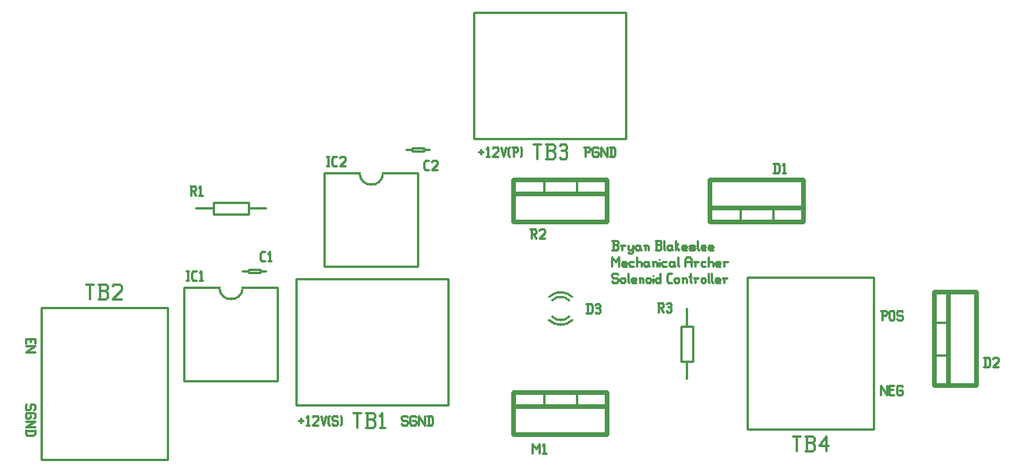
<source format=gto>
G04 start of page 8 for group -4079 idx -4079 *
G04 Title: (unknown), topsilk *
G04 Creator: pcb 20110918 *
G04 CreationDate: Sat 16 Nov 2013 09:53:12 PM GMT UTC *
G04 For: tyrian *
G04 Format: Gerber/RS-274X *
G04 PCB-Dimensions: 800000 800000 *
G04 PCB-Coordinate-Origin: lower left *
%MOIN*%
%FSLAX25Y25*%
%LNTOPSILK*%
%ADD108C,0.0200*%
%ADD107C,0.0100*%
G54D107*X374000Y622060D02*X375960D01*
X374980Y623040D02*Y621080D01*
X377136Y623236D02*X377920Y624020D01*
Y620100D01*
X377136D02*X378606D01*
X379782Y623530D02*X380272Y624020D01*
X381742D01*
X382232Y623530D01*
Y622550D01*
X379782Y620100D02*X382232Y622550D01*
X379782Y620100D02*X382232D01*
X383408Y624020D02*X384388Y620100D01*
X385368Y624020D01*
X386544Y620590D02*X387034Y620100D01*
X386544Y623530D02*X387034Y624020D01*
X386544Y623530D02*Y620590D01*
X388700Y624020D02*Y620100D01*
X388210Y624020D02*X390170D01*
X390660Y623530D01*
Y622550D01*
X390170Y622060D02*X390660Y622550D01*
X388700Y622060D02*X390170D01*
X391836Y624020D02*X392326Y623530D01*
Y620590D01*
X391836Y620100D02*X392326Y620590D01*
X297000Y507060D02*X298960D01*
X297980Y508040D02*Y506080D01*
X300136Y508236D02*X300920Y509020D01*
Y505100D01*
X300136D02*X301606D01*
X302782Y508530D02*X303272Y509020D01*
X304742D01*
X305232Y508530D01*
Y507550D01*
X302782Y505100D02*X305232Y507550D01*
X302782Y505100D02*X305232D01*
X306408Y509020D02*X307388Y505100D01*
X308368Y509020D01*
X309544Y505590D02*X310034Y505100D01*
X309544Y508530D02*X310034Y509020D01*
X309544Y508530D02*Y505590D01*
X313170Y509020D02*X313660Y508530D01*
X311700Y509020D02*X313170D01*
X311210Y508530D02*X311700Y509020D01*
X311210Y508530D02*Y507550D01*
X311700Y507060D01*
X313170D01*
X313660Y506570D01*
Y505590D01*
X313170Y505100D02*X313660Y505590D01*
X311700Y505100D02*X313170D01*
X311210Y505590D02*X311700Y505100D01*
X314836Y509020D02*X315326Y508530D01*
Y505590D01*
X314836Y505100D02*X315326Y505590D01*
X342960Y509020D02*X343450Y508530D01*
X341490Y509020D02*X342960D01*
X341000Y508530D02*X341490Y509020D01*
X341000Y508530D02*Y507550D01*
X341490Y507060D01*
X342960D01*
X343450Y506570D01*
Y505590D01*
X342960Y505100D02*X343450Y505590D01*
X341490Y505100D02*X342960D01*
X341000Y505590D02*X341490Y505100D01*
X346586Y509020D02*X347076Y508530D01*
X345116Y509020D02*X346586D01*
X344626Y508530D02*X345116Y509020D01*
X344626Y508530D02*Y505590D01*
X345116Y505100D01*
X346586D01*
X347076Y505590D01*
Y506570D02*Y505590D01*
X346586Y507060D02*X347076Y506570D01*
X345606Y507060D02*X346586D01*
X348252Y509020D02*Y505100D01*
Y509020D02*X350702Y505100D01*
Y509020D02*Y505100D01*
X352368Y509020D02*Y505100D01*
X353642Y509020D02*X354328Y508334D01*
Y505786D01*
X353642Y505100D02*X354328Y505786D01*
X351878Y505100D02*X353642D01*
X351878Y509020D02*X353642D01*
X182256Y542000D02*Y540530D01*
X180100Y542000D02*Y540040D01*
Y542000D02*X184020D01*
Y540040D01*
X180100Y538864D02*X184020D01*
X180100Y536414D01*
X184020D01*
X546490Y554020D02*Y550100D01*
X546000Y554020D02*X547960D01*
X548450Y553530D01*
Y552550D01*
X547960Y552060D02*X548450Y552550D01*
X546490Y552060D02*X547960D01*
X549626Y553530D02*Y550590D01*
Y553530D02*X550116Y554020D01*
X551096D01*
X551586Y553530D01*
Y550590D01*
X551096Y550100D02*X551586Y550590D01*
X550116Y550100D02*X551096D01*
X549626Y550590D02*X550116Y550100D01*
X554722Y554020D02*X555212Y553530D01*
X553252Y554020D02*X554722D01*
X552762Y553530D02*X553252Y554020D01*
X552762Y553530D02*Y552550D01*
X553252Y552060D01*
X554722D01*
X555212Y551570D01*
Y550590D01*
X554722Y550100D02*X555212Y550590D01*
X553252Y550100D02*X554722D01*
X552762Y550590D02*X553252Y550100D01*
X546000Y522020D02*Y518100D01*
Y522020D02*X548450Y518100D01*
Y522020D02*Y518100D01*
X549626Y520256D02*X551096D01*
X549626Y518100D02*X551586D01*
X549626Y522020D02*Y518100D01*
Y522020D02*X551586D01*
X554722D02*X555212Y521530D01*
X553252Y522020D02*X554722D01*
X552762Y521530D02*X553252Y522020D01*
X552762Y521530D02*Y518590D01*
X553252Y518100D01*
X554722D01*
X555212Y518590D01*
Y519570D02*Y518590D01*
X554722Y520060D02*X555212Y519570D01*
X553742Y520060D02*X554722D01*
X419490Y624020D02*Y620100D01*
X419000Y624020D02*X420960D01*
X421450Y623530D01*
Y622550D01*
X420960Y622060D02*X421450Y622550D01*
X419490Y622060D02*X420960D01*
X424586Y624020D02*X425076Y623530D01*
X423116Y624020D02*X424586D01*
X422626Y623530D02*X423116Y624020D01*
X422626Y623530D02*Y620590D01*
X423116Y620100D01*
X424586D01*
X425076Y620590D01*
Y621570D02*Y620590D01*
X424586Y622060D02*X425076Y621570D01*
X423606Y622060D02*X424586D01*
X426252Y624020D02*Y620100D01*
Y624020D02*X428702Y620100D01*
Y624020D02*Y620100D01*
X430368Y624020D02*Y620100D01*
X431642Y624020D02*X432328Y623334D01*
Y620786D01*
X431642Y620100D02*X432328Y620786D01*
X429878Y620100D02*X431642D01*
X429878Y624020D02*X431642D01*
X431000Y580100D02*X432960D01*
X433450Y580590D01*
Y581766D02*Y580590D01*
X432960Y582256D02*X433450Y581766D01*
X431490Y582256D02*X432960D01*
X431490Y584020D02*Y580100D01*
X431000Y584020D02*X432960D01*
X433450Y583530D01*
Y582746D01*
X432960Y582256D02*X433450Y582746D01*
X435116Y581570D02*Y580100D01*
Y581570D02*X435606Y582060D01*
X436586D01*
X434626D02*X435116Y581570D01*
X437762Y582060D02*Y580590D01*
X438252Y580100D01*
X439722Y582060D02*Y579120D01*
X439232Y578630D02*X439722Y579120D01*
X438252Y578630D02*X439232D01*
X437762Y579120D02*X438252Y578630D01*
Y580100D02*X439232D01*
X439722Y580590D01*
X442368Y582060D02*X442858Y581570D01*
X441388Y582060D02*X442368D01*
X440898Y581570D02*X441388Y582060D01*
X440898Y581570D02*Y580590D01*
X441388Y580100D01*
X442858Y582060D02*Y580590D01*
X443348Y580100D01*
X441388D02*X442368D01*
X442858Y580590D01*
X445014Y581570D02*Y580100D01*
Y581570D02*X445504Y582060D01*
X445994D01*
X446484Y581570D01*
Y580100D01*
X444524Y582060D02*X445014Y581570D01*
X449424Y580100D02*X451384D01*
X451874Y580590D01*
Y581766D02*Y580590D01*
X451384Y582256D02*X451874Y581766D01*
X449914Y582256D02*X451384D01*
X449914Y584020D02*Y580100D01*
X449424Y584020D02*X451384D01*
X451874Y583530D01*
Y582746D01*
X451384Y582256D02*X451874Y582746D01*
X453050Y584020D02*Y580590D01*
X453540Y580100D01*
X455990Y582060D02*X456480Y581570D01*
X455010Y582060D02*X455990D01*
X454520Y581570D02*X455010Y582060D01*
X454520Y581570D02*Y580590D01*
X455010Y580100D01*
X456480Y582060D02*Y580590D01*
X456970Y580100D01*
X455010D02*X455990D01*
X456480Y580590D01*
X458146Y584020D02*Y580100D01*
Y581570D02*X459616Y580100D01*
X458146Y581570D02*X459126Y582550D01*
X461282Y580100D02*X462752D01*
X460792Y580590D02*X461282Y580100D01*
X460792Y581570D02*Y580590D01*
Y581570D02*X461282Y582060D01*
X462262D01*
X462752Y581570D01*
X460792Y581080D02*X462752D01*
Y581570D02*Y581080D01*
X464418Y580100D02*X465888D01*
X466378Y580590D01*
X465888Y581080D02*X466378Y580590D01*
X464418Y581080D02*X465888D01*
X463928Y581570D02*X464418Y581080D01*
X463928Y581570D02*X464418Y582060D01*
X465888D01*
X466378Y581570D01*
X463928Y580590D02*X464418Y580100D01*
X467554Y584020D02*Y580590D01*
X468044Y580100D01*
X469514D02*X470984D01*
X469024Y580590D02*X469514Y580100D01*
X469024Y581570D02*Y580590D01*
Y581570D02*X469514Y582060D01*
X470494D01*
X470984Y581570D01*
X469024Y581080D02*X470984D01*
Y581570D02*Y581080D01*
X472650Y580100D02*X474120D01*
X472160Y580590D02*X472650Y580100D01*
X472160Y581570D02*Y580590D01*
Y581570D02*X472650Y582060D01*
X473630D01*
X474120Y581570D01*
X472160Y581080D02*X474120D01*
Y581570D02*Y581080D01*
X431000Y577020D02*Y573100D01*
Y577020D02*X432470Y575060D01*
X433940Y577020D01*
Y573100D01*
X435606D02*X437076D01*
X435116Y573590D02*X435606Y573100D01*
X435116Y574570D02*Y573590D01*
Y574570D02*X435606Y575060D01*
X436586D01*
X437076Y574570D01*
X435116Y574080D02*X437076D01*
Y574570D02*Y574080D01*
X438742Y575060D02*X440212D01*
X438252Y574570D02*X438742Y575060D01*
X438252Y574570D02*Y573590D01*
X438742Y573100D01*
X440212D01*
X441388Y577020D02*Y573100D01*
Y574570D02*X441878Y575060D01*
X442858D01*
X443348Y574570D01*
Y573100D01*
X445994Y575060D02*X446484Y574570D01*
X445014Y575060D02*X445994D01*
X444524Y574570D02*X445014Y575060D01*
X444524Y574570D02*Y573590D01*
X445014Y573100D01*
X446484Y575060D02*Y573590D01*
X446974Y573100D01*
X445014D02*X445994D01*
X446484Y573590D01*
X448640Y574570D02*Y573100D01*
Y574570D02*X449130Y575060D01*
X449620D01*
X450110Y574570D01*
Y573100D01*
X448150Y575060D02*X448640Y574570D01*
X451286Y576040D02*Y575942D01*
Y574570D02*Y573100D01*
X452756Y575060D02*X454226D01*
X452266Y574570D02*X452756Y575060D01*
X452266Y574570D02*Y573590D01*
X452756Y573100D01*
X454226D01*
X456872Y575060D02*X457362Y574570D01*
X455892Y575060D02*X456872D01*
X455402Y574570D02*X455892Y575060D01*
X455402Y574570D02*Y573590D01*
X455892Y573100D01*
X457362Y575060D02*Y573590D01*
X457852Y573100D01*
X455892D02*X456872D01*
X457362Y573590D01*
X459028Y577020D02*Y573590D01*
X459518Y573100D01*
X462262Y576040D02*Y573100D01*
Y576040D02*X462948Y577020D01*
X464026D01*
X464712Y576040D01*
Y573100D01*
X462262Y575060D02*X464712D01*
X466378Y574570D02*Y573100D01*
Y574570D02*X466868Y575060D01*
X467848D01*
X465888D02*X466378Y574570D01*
X469514Y575060D02*X470984D01*
X469024Y574570D02*X469514Y575060D01*
X469024Y574570D02*Y573590D01*
X469514Y573100D01*
X470984D01*
X472160Y577020D02*Y573100D01*
Y574570D02*X472650Y575060D01*
X473630D01*
X474120Y574570D01*
Y573100D01*
X475786D02*X477256D01*
X475296Y573590D02*X475786Y573100D01*
X475296Y574570D02*Y573590D01*
Y574570D02*X475786Y575060D01*
X476766D01*
X477256Y574570D01*
X475296Y574080D02*X477256D01*
Y574570D02*Y574080D01*
X478922Y574570D02*Y573100D01*
Y574570D02*X479412Y575060D01*
X480392D01*
X478432D02*X478922Y574570D01*
X432960Y570020D02*X433450Y569530D01*
X431490Y570020D02*X432960D01*
X431000Y569530D02*X431490Y570020D01*
X431000Y569530D02*Y568550D01*
X431490Y568060D01*
X432960D01*
X433450Y567570D01*
Y566590D01*
X432960Y566100D02*X433450Y566590D01*
X431490Y566100D02*X432960D01*
X431000Y566590D02*X431490Y566100D01*
X434626Y567570D02*Y566590D01*
Y567570D02*X435116Y568060D01*
X436096D01*
X436586Y567570D01*
Y566590D01*
X436096Y566100D02*X436586Y566590D01*
X435116Y566100D02*X436096D01*
X434626Y566590D02*X435116Y566100D01*
X437762Y570020D02*Y566590D01*
X438252Y566100D01*
X439722D02*X441192D01*
X439232Y566590D02*X439722Y566100D01*
X439232Y567570D02*Y566590D01*
Y567570D02*X439722Y568060D01*
X440702D01*
X441192Y567570D01*
X439232Y567080D02*X441192D01*
Y567570D02*Y567080D01*
X442858Y567570D02*Y566100D01*
Y567570D02*X443348Y568060D01*
X443838D01*
X444328Y567570D01*
Y566100D01*
X442368Y568060D02*X442858Y567570D01*
X445504D02*Y566590D01*
Y567570D02*X445994Y568060D01*
X446974D01*
X447464Y567570D01*
Y566590D01*
X446974Y566100D02*X447464Y566590D01*
X445994Y566100D02*X446974D01*
X445504Y566590D02*X445994Y566100D01*
X448640Y569040D02*Y568942D01*
Y567570D02*Y566100D01*
X451580Y570020D02*Y566100D01*
X451090D02*X451580Y566590D01*
X450110Y566100D02*X451090D01*
X449620Y566590D02*X450110Y566100D01*
X449620Y567570D02*Y566590D01*
Y567570D02*X450110Y568060D01*
X451090D01*
X451580Y567570D01*
X455206Y566100D02*X456480D01*
X454520Y566786D02*X455206Y566100D01*
X454520Y569334D02*Y566786D01*
Y569334D02*X455206Y570020D01*
X456480D01*
X457656Y567570D02*Y566590D01*
Y567570D02*X458146Y568060D01*
X459126D01*
X459616Y567570D01*
Y566590D01*
X459126Y566100D02*X459616Y566590D01*
X458146Y566100D02*X459126D01*
X457656Y566590D02*X458146Y566100D01*
X461282Y567570D02*Y566100D01*
Y567570D02*X461772Y568060D01*
X462262D01*
X462752Y567570D01*
Y566100D01*
X460792Y568060D02*X461282Y567570D01*
X464418Y570020D02*Y566590D01*
X464908Y566100D01*
X463928Y568550D02*X464908D01*
X466378Y567570D02*Y566100D01*
Y567570D02*X466868Y568060D01*
X467848D01*
X465888D02*X466378Y567570D01*
X469024D02*Y566590D01*
Y567570D02*X469514Y568060D01*
X470494D01*
X470984Y567570D01*
Y566590D01*
X470494Y566100D02*X470984Y566590D01*
X469514Y566100D02*X470494D01*
X469024Y566590D02*X469514Y566100D01*
X472160Y570020D02*Y566590D01*
X472650Y566100D01*
X473630Y570020D02*Y566590D01*
X474120Y566100D01*
X475590D02*X477060D01*
X475100Y566590D02*X475590Y566100D01*
X475100Y567570D02*Y566590D01*
Y567570D02*X475590Y568060D01*
X476570D01*
X477060Y567570D01*
X475100Y567080D02*X477060D01*
Y567570D02*Y567080D01*
X478726Y567570D02*Y566100D01*
Y567570D02*X479216Y568060D01*
X480196D01*
X478236D02*X478726Y567570D01*
X184020Y512040D02*X183530Y511550D01*
X184020Y513510D02*Y512040D01*
X183530Y514000D02*X184020Y513510D01*
X182550Y514000D02*X183530D01*
X182550D02*X182060Y513510D01*
Y512040D01*
X181570Y511550D01*
X180590D02*X181570D01*
X180100Y512040D02*X180590Y511550D01*
X180100Y513510D02*Y512040D01*
X180590Y514000D02*X180100Y513510D01*
X184020Y508414D02*X183530Y507924D01*
X184020Y509884D02*Y508414D01*
X183530Y510374D02*X184020Y509884D01*
X180590Y510374D02*X183530D01*
X180590D02*X180100Y509884D01*
Y508414D01*
X180590Y507924D01*
X181570D01*
X182060Y508414D02*X181570Y507924D01*
X182060Y509394D02*Y508414D01*
X180100Y506748D02*X184020D01*
X180100Y504298D01*
X184020D01*
X180100Y502632D02*X184020D01*
Y501358D02*X183334Y500672D01*
X180786D02*X183334D01*
X180100Y501358D02*X180786Y500672D01*
X180100Y503122D02*Y501358D01*
X184020Y503122D02*Y501358D01*
X295717Y567772D02*Y513835D01*
X360677Y567772D02*Y513835D01*
X295717D02*X360677D01*
X295717Y567772D02*X360677D01*
X186835Y555283D02*X240772D01*
X186835Y490323D02*X240772D01*
X186835Y555283D02*Y490323D01*
X240772Y555283D02*Y490323D01*
X350500Y623000D02*X353000D01*
X343000D02*X345500D01*
Y622200D02*X350500D01*
X345500Y623800D02*Y622200D01*
Y623800D02*X350500D01*
Y622200D01*
X280500Y571000D02*X283000D01*
X273000D02*X275500D01*
Y570200D02*X280500D01*
X275500Y571800D02*Y570200D01*
Y571800D02*X280500D01*
Y570200D01*
X308000Y613000D02*Y573000D01*
X348000D01*
Y613000D01*
X308000D02*X323000D01*
X333000D02*X348000D01*
X323000D02*G75*G03X333000Y613000I5000J0D01*G01*
X253000Y598000D02*X260500D01*
X275500D02*X283000D01*
X260500Y600500D02*X275500D01*
Y595500D01*
X260500D01*
Y600500D01*
X248000Y564000D02*Y524000D01*
X288000D01*
Y564000D01*
X248000D02*X263000D01*
X273000D02*X288000D01*
X263000D02*G75*G03X273000Y564000I5000J0D01*G01*
X412536Y558536D02*G75*G03X405464Y558536I-3536J-3536D01*G01*
X405464Y551464D02*G75*G03X412536Y551464I3536J3536D01*G01*
X413950Y559950D02*G75*G03X404050Y559950I-4950J-4950D01*G01*
X404050Y550050D02*G75*G03X413950Y550050I4950J4950D01*G01*
X371717Y681772D02*Y627835D01*
X436677Y681772D02*Y627835D01*
X371717D02*X436677D01*
X371717Y681772D02*X436677D01*
X416000Y610000D02*Y604000D01*
X402000Y610000D02*Y604000D01*
G54D108*X389000D02*Y610000D01*
X429000Y604000D02*X389000D01*
X429000Y610000D02*Y604000D01*
X389000Y592000D02*Y610000D01*
X429000Y592000D02*X389000D01*
X429000Y610000D02*Y592000D01*
X389000Y610000D02*X429000D01*
X473000Y592000D02*X513000D01*
X473000Y610000D02*Y592000D01*
Y610000D02*X513000D01*
Y592000D01*
X473000D02*X513000D01*
X473000Y598000D02*Y592000D01*
Y598000D02*X513000D01*
Y592000D01*
G54D107*X500000Y598000D02*Y592000D01*
X486000Y598000D02*Y592000D01*
G54D108*X569000Y562000D02*Y522000D01*
Y562000D02*X587000D01*
Y522000D01*
X569000D02*X587000D01*
X569000Y562000D02*Y522000D01*
Y562000D02*X575000D01*
Y522000D01*
X569000D02*X575000D01*
G54D107*X569000Y535000D02*X575000D01*
X569000Y549000D02*X575000D01*
X463000Y555000D02*Y547500D01*
Y532500D02*Y525000D01*
X465500Y547500D02*Y532500D01*
X460500D02*X465500D01*
X460500Y547500D02*Y532500D01*
Y547500D02*X465500D01*
X488835Y568283D02*X542772D01*
X488835Y503323D02*X542772D01*
X488835Y568283D02*Y503323D01*
X542772Y568283D02*Y503323D01*
G54D108*X389000Y519000D02*X429000D01*
Y501000D01*
X389000D02*X429000D01*
X389000Y519000D02*Y501000D01*
Y519000D02*X429000D01*
Y513000D01*
X389000D02*X429000D01*
X389000Y519000D02*Y513000D01*
G54D107*X402000Y519000D02*Y513000D01*
X416000Y519000D02*Y513000D01*
X320307Y510439D02*X323507D01*
X321907D02*Y504039D01*
X325427D02*X328627D01*
X329427Y504839D01*
Y506759D02*Y504839D01*
X328627Y507559D02*X329427Y506759D01*
X326227Y507559D02*X328627D01*
X326227Y510439D02*Y504039D01*
X325427Y510439D02*X328627D01*
X329427Y509639D01*
Y508359D01*
X328627Y507559D02*X329427Y508359D01*
X331347Y509159D02*X332627Y510439D01*
Y504039D01*
X331347D02*X333747D01*
X206000Y565400D02*X209200D01*
X207600D02*Y559000D01*
X211120D02*X214320D01*
X215120Y559800D01*
Y561720D02*Y559800D01*
X214320Y562520D02*X215120Y561720D01*
X211920Y562520D02*X214320D01*
X211920Y565400D02*Y559000D01*
X211120Y565400D02*X214320D01*
X215120Y564600D01*
Y563320D01*
X214320Y562520D02*X215120Y563320D01*
X217040Y564600D02*X217840Y565400D01*
X220240D01*
X221040Y564600D01*
Y563000D01*
X217040Y559000D02*X221040Y563000D01*
X217040Y559000D02*X221040D01*
X281200Y575200D02*X282500D01*
X280500Y575900D02*X281200Y575200D01*
X280500Y578500D02*Y575900D01*
Y578500D02*X281200Y579200D01*
X282500D01*
X283700Y578400D02*X284500Y579200D01*
Y575200D01*
X283700D02*X285200D01*
X309000Y620000D02*X310000D01*
X309500D02*Y616000D01*
X309000D02*X310000D01*
X311900D02*X313200D01*
X311200Y616700D02*X311900Y616000D01*
X311200Y619300D02*Y616700D01*
Y619300D02*X311900Y620000D01*
X313200D01*
X314400Y619500D02*X314900Y620000D01*
X316400D01*
X316900Y619500D01*
Y618500D01*
X314400Y616000D02*X316900Y618500D01*
X314400Y616000D02*X316900D01*
X250500Y607500D02*X252500D01*
X253000Y607000D01*
Y606000D01*
X252500Y605500D02*X253000Y606000D01*
X251000Y605500D02*X252500D01*
X251000Y607500D02*Y603500D01*
X251800Y605500D02*X253000Y603500D01*
X254200Y606700D02*X255000Y607500D01*
Y603500D01*
X254200D02*X255700D01*
X249000Y571000D02*X250000D01*
X249500D02*Y567000D01*
X249000D02*X250000D01*
X251900D02*X253200D01*
X251200Y567700D02*X251900Y567000D01*
X251200Y570300D02*Y567700D01*
Y570300D02*X251900Y571000D01*
X253200D01*
X254400Y570200D02*X255200Y571000D01*
Y567000D01*
X254400D02*X255900D01*
X351200Y614200D02*X352500D01*
X350500Y614900D02*X351200Y614200D01*
X350500Y617500D02*Y614900D01*
Y617500D02*X351200Y618200D01*
X352500D01*
X353700Y617700D02*X354200Y618200D01*
X355700D01*
X356200Y617700D01*
Y616700D01*
X353700Y614200D02*X356200Y616700D01*
X353700Y614200D02*X356200D01*
X420500Y557000D02*Y553000D01*
X421800Y557000D02*X422500Y556300D01*
Y553700D01*
X421800Y553000D02*X422500Y553700D01*
X420000Y553000D02*X421800D01*
X420000Y557000D02*X421800D01*
X423700Y556500D02*X424200Y557000D01*
X425200D01*
X425700Y556500D01*
X425200Y553000D02*X425700Y553500D01*
X424200Y553000D02*X425200D01*
X423700Y553500D02*X424200Y553000D01*
Y555200D02*X425200D01*
X425700Y556500D02*Y555700D01*
Y554700D02*Y553500D01*
Y554700D02*X425200Y555200D01*
X425700Y555700D02*X425200Y555200D01*
X397307Y625439D02*X400507D01*
X398907D02*Y619039D01*
X402427D02*X405627D01*
X406427Y619839D01*
Y621759D02*Y619839D01*
X405627Y622559D02*X406427Y621759D01*
X403227Y622559D02*X405627D01*
X403227Y625439D02*Y619039D01*
X402427Y625439D02*X405627D01*
X406427Y624639D01*
Y623359D01*
X405627Y622559D02*X406427Y623359D01*
X408347Y624639D02*X409147Y625439D01*
X410747D01*
X411547Y624639D01*
X410747Y619039D02*X411547Y619839D01*
X409147Y619039D02*X410747D01*
X408347Y619839D02*X409147Y619039D01*
Y622559D02*X410747D01*
X411547Y624639D02*Y623359D01*
Y621759D02*Y619839D01*
Y621759D02*X410747Y622559D01*
X411547Y623359D02*X410747Y622559D01*
X396000Y589000D02*X398000D01*
X398500Y588500D01*
Y587500D01*
X398000Y587000D02*X398500Y587500D01*
X396500Y587000D02*X398000D01*
X396500Y589000D02*Y585000D01*
X397300Y587000D02*X398500Y585000D01*
X399700Y588500D02*X400200Y589000D01*
X401700D01*
X402200Y588500D01*
Y587500D01*
X399700Y585000D02*X402200Y587500D01*
X399700Y585000D02*X402200D01*
X500500Y617000D02*Y613000D01*
X501800Y617000D02*X502500Y616300D01*
Y613700D01*
X501800Y613000D02*X502500Y613700D01*
X500000Y613000D02*X501800D01*
X500000Y617000D02*X501800D01*
X503700Y616200D02*X504500Y617000D01*
Y613000D01*
X503700D02*X505200D01*
X590500Y534000D02*Y530000D01*
X591800Y534000D02*X592500Y533300D01*
Y530700D01*
X591800Y530000D02*X592500Y530700D01*
X590000Y530000D02*X591800D01*
X590000Y534000D02*X591800D01*
X593700Y533500D02*X594200Y534000D01*
X595700D01*
X596200Y533500D01*
Y532500D01*
X593700Y530000D02*X596200Y532500D01*
X593700Y530000D02*X596200D01*
X450500Y557500D02*X452500D01*
X453000Y557000D01*
Y556000D01*
X452500Y555500D02*X453000Y556000D01*
X451000Y555500D02*X452500D01*
X451000Y557500D02*Y553500D01*
X451800Y555500D02*X453000Y553500D01*
X454200Y557000D02*X454700Y557500D01*
X455700D01*
X456200Y557000D01*
X455700Y553500D02*X456200Y554000D01*
X454700Y553500D02*X455700D01*
X454200Y554000D02*X454700Y553500D01*
Y555700D02*X455700D01*
X456200Y557000D02*Y556200D01*
Y555200D02*Y554000D01*
Y555200D02*X455700Y555700D01*
X456200Y556200D02*X455700Y555700D01*
X508307Y500439D02*X511507D01*
X509907D02*Y494039D01*
X513427D02*X516627D01*
X517427Y494839D01*
Y496759D02*Y494839D01*
X516627Y497559D02*X517427Y496759D01*
X514227Y497559D02*X516627D01*
X514227Y500439D02*Y494039D01*
X513427Y500439D02*X516627D01*
X517427Y499639D01*
Y498359D01*
X516627Y497559D02*X517427Y498359D01*
X519347Y496439D02*X522547Y500439D01*
X519347Y496439D02*X523347D01*
X522547Y500439D02*Y494039D01*
X397000Y497000D02*Y493000D01*
Y497000D02*X398500Y495000D01*
X400000Y497000D01*
Y493000D01*
X401200Y496200D02*X402000Y497000D01*
Y493000D01*
X401200D02*X402700D01*
M02*

</source>
